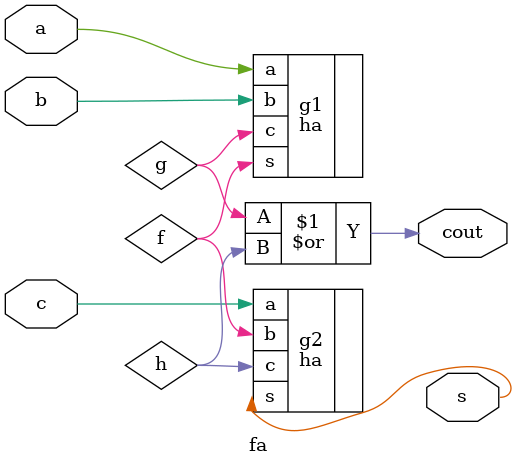
<source format=v>
`timescale 1ns / 1ps
module fa(
    input a,b,c,
    output s,cout
    );
	 wire f,g,h;
	 ha g1(.s(f),.c(g),.a(a),.b(b));
	 ha g2(.s(s),.c(h),.a(c),.b(f));
	 or g3(cout,g,h);


endmodule

</source>
